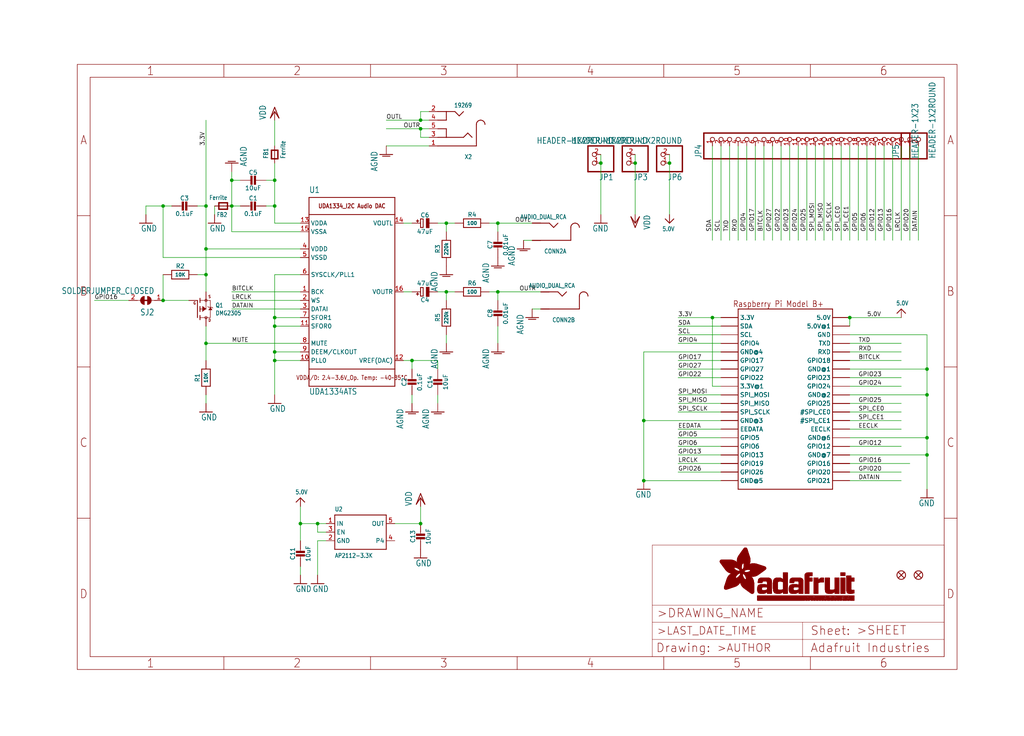
<source format=kicad_sch>
(kicad_sch (version 20211123) (generator eeschema)
  (paper "User" 303.047 217.881)
  (lib_symbols
    (symbol "schematicEagle-eagle-import:5.0V" (power)
      (property "Value" "5.0V" (at -1.524 1.016 0))
      (symbol "5.0V_1_0"
        (pin power_in line (at 0 -2.54 90) (length 2.54) (name "5.0V") (number "1"))
      )
    )
    (symbol "schematicEagle-eagle-import:AGND" (power)
      (property "Value" "AGND" (at -2.54 -5.08 90))
      (symbol "AGND_1_0"
        (pin power_in line (at 0 2.54 270) (length 2.54) (name "AGND") (number "1"))
      )
    )
    (symbol "schematicEagle-eagle-import:AUDIO_3.5MMJACK"
      (property "Reference" "X" (at -5.08 7.62 0))
      (property "Value" "AUDIO_3.5MMJACK" (at -5.08 -7.62 0))
      (symbol "AUDIO_3.5MMJACK_1_0"
        (pin bidirectional line (at 7.62 5.08 180) (length 2.54) (name "P$1") (number "1"))
        (pin bidirectional line (at 7.62 -5.08 180) (length 2.54) (name "P$5") (number "2"))
        (pin bidirectional line (at 7.62 2.54 180) (length 2.54) (name "P$2") (number "3"))
        (pin bidirectional line (at 7.62 -2.54 180) (length 2.54) (name "P$4") (number "4"))
        (pin bidirectional line (at 7.62 0 180) (length 2.54) (name "P$3") (number "5"))
      )
    )
    (symbol "schematicEagle-eagle-import:AUDIO_DUAL_RCA"
      (property "Reference" "CONN" (at -2.54 5.08 0))
      (property "Value" "AUDIO_DUAL_RCA" (at -2.54 -5.08 0))
      (symbol "AUDIO_DUAL_RCA_1_0"
        (pin bidirectional line (at 7.62 2.54 180) (length 2.54) (name "SLEEVE") (number "L_G"))
        (pin bidirectional line (at 7.62 2.54 180) (length 2.54) (name "SLEEVE") (number "L_G'"))
        (pin bidirectional line (at 7.62 -2.54 180) (length 2.54) (name "TIP") (number "L_SIG"))
        (pin bidirectional line (at 7.62 -2.54 180) (length 2.54) (name "TIP") (number "L_SIG'"))
      )
      (symbol "AUDIO_DUAL_RCA_2_0"
        (pin bidirectional line (at 7.62 2.54 180) (length 2.54) (name "SLEEVE") (number "R_G"))
        (pin bidirectional line (at 7.62 2.54 180) (length 2.54) (name "SLEEVE") (number "R_G'"))
        (pin bidirectional line (at 7.62 -2.54 180) (length 2.54) (name "TIP") (number "R_SIG"))
        (pin bidirectional line (at 7.62 -2.54 180) (length 2.54) (name "TIP") (number "R_SIG'"))
      )
    )
    (symbol "schematicEagle-eagle-import:AUDIO_I2S_UDA1334{dblquote}{dblquote}"
      (property "Reference" "U" (at -12.7 29.21 0))
      (property "Value" "AUDIO_I2S_UDA1334{dblquote}{dblquote}" (at -12.7 -30.48 0))
      (symbol "AUDIO_I2S_UDA1334{dblquote}{dblquote}_1_0"
        (text "UDA1334_I2C Audio DAC" (at 0 25.4 0) (effects (font (size 1.27 1.0795) (thickness 0.2159) bold)))
        (text "VDDA/D: 2.4-3.6V_Op. Temp: -40~85°C" (at 0 -25.4 0) (effects (font (size 1.27 1.0795))))
        (pin input line (at -15.24 0 0) (length 2.54) (name "BCK") (number "1"))
        (pin input line (at -15.24 -20.32 0) (length 2.54) (name "PLL0") (number "10"))
        (pin input line (at -15.24 -10.16 0) (length 2.54) (name "SFOR0") (number "11"))
        (pin output line (at 15.24 -20.32 180) (length 2.54) (name "VREF(DAC)") (number "12"))
        (pin power_in line (at -15.24 20.32 0) (length 2.54) (name "VDDA") (number "13"))
        (pin output line (at 15.24 20.32 180) (length 2.54) (name "VOUTL") (number "14"))
        (pin power_in line (at -15.24 17.78 0) (length 2.54) (name "VSSA") (number "15"))
        (pin output line (at 15.24 0 180) (length 2.54) (name "VOUTR") (number "16"))
        (pin input line (at -15.24 -2.54 0) (length 2.54) (name "WS") (number "2"))
        (pin input line (at -15.24 -5.08 0) (length 2.54) (name "DATAI") (number "3"))
        (pin power_in line (at -15.24 12.7 0) (length 2.54) (name "VDDD") (number "4"))
        (pin power_in line (at -15.24 10.16 0) (length 2.54) (name "VSSD") (number "5"))
        (pin input line (at -15.24 5.08 0) (length 2.54) (name "SYSCLK/PLL1") (number "6"))
        (pin input line (at -15.24 -7.62 0) (length 2.54) (name "SFOR1") (number "7"))
        (pin input line (at -15.24 -15.24 0) (length 2.54) (name "MUTE") (number "8"))
        (pin bidirectional line (at -15.24 -17.78 0) (length 2.54) (name "DEEM/CLKOUT") (number "9"))
      )
    )
    (symbol "schematicEagle-eagle-import:CAP_CERAMIC0603_NO"
      (property "Reference" "C" (at -2.29 1.25 90))
      (property "Value" "CAP_CERAMIC0603_NO" (at 2.3 1.25 90))
      (symbol "CAP_CERAMIC0603_NO_1_0"
        (pin passive line (at 0 5.08 270) (length 2.54) (name "1") (number "1"))
        (pin passive line (at 0 -2.54 90) (length 2.54) (name "2") (number "2"))
      )
    )
    (symbol "schematicEagle-eagle-import:CAP_CERAMIC0805-NOOUTLINE"
      (property "Reference" "C" (at -2.29 1.25 90))
      (property "Value" "CAP_CERAMIC0805-NOOUTLINE" (at 2.3 1.25 90))
      (symbol "CAP_CERAMIC0805-NOOUTLINE_1_0"
        (pin passive line (at 0 5.08 270) (length 2.54) (name "1") (number "1"))
        (pin passive line (at 0 -2.54 90) (length 2.54) (name "2") (number "2"))
      )
    )
    (symbol "schematicEagle-eagle-import:CAP_ELECTROLYTICPANASONIC_C"
      (property "Reference" "C" (at -2.39 1.25 90))
      (property "Value" "CAP_ELECTROLYTICPANASONIC_C" (at 2.5 1.25 90))
      (symbol "CAP_ELECTROLYTICPANASONIC_C_1_0"
        (pin passive line (at 0 5.08 270) (length 2.54) (name "+") (number "+"))
        (pin passive line (at 0 -2.54 90) (length 2.54) (name "-") (number "-"))
      )
    )
    (symbol "schematicEagle-eagle-import:FERRITE0805"
      (property "Reference" "FB" (at -1.27 1.905 0))
      (property "Value" "FERRITE0805" (at -1.27 -3.175 0))
      (symbol "FERRITE0805_1_0"
        (pin passive line (at -2.54 0 0) (length 2.54) (name "P$1") (number "1"))
        (pin passive line (at 2.54 0 180) (length 2.54) (name "P$2") (number "2"))
      )
    )
    (symbol "schematicEagle-eagle-import:FIDUCIAL_1MM")
    (symbol "schematicEagle-eagle-import:FRAME_A4_ADAFRUIT"
      (symbol "FRAME_A4_ADAFRUIT_0_0"
        (text "1" (at 21.6958 1.905 0) (effects (font (size 2.54 2.286))))
        (text "1" (at 21.6958 177.165 0) (effects (font (size 2.54 2.286))))
        (text "2" (at 65.0875 1.905 0) (effects (font (size 2.54 2.286))))
        (text "2" (at 65.0875 177.165 0) (effects (font (size 2.54 2.286))))
        (text "3" (at 108.4792 1.905 0) (effects (font (size 2.54 2.286))))
        (text "3" (at 108.4792 177.165 0) (effects (font (size 2.54 2.286))))
        (text "4" (at 151.8708 1.905 0) (effects (font (size 2.54 2.286))))
        (text "4" (at 151.8708 177.165 0) (effects (font (size 2.54 2.286))))
        (text "5" (at 195.2625 1.905 0) (effects (font (size 2.54 2.286))))
        (text "5" (at 195.2625 177.165 0) (effects (font (size 2.54 2.286))))
        (text "6" (at 238.6542 1.905 0) (effects (font (size 2.54 2.286))))
        (text "6" (at 238.6542 177.165 0) (effects (font (size 2.54 2.286))))
        (text "A" (at 1.905 156.6863 0) (effects (font (size 2.54 2.286))))
        (text "A" (at 258.445 156.6863 0) (effects (font (size 2.54 2.286))))
        (text "B" (at 1.905 111.9188 0) (effects (font (size 2.54 2.286))))
        (text "B" (at 258.445 111.9188 0) (effects (font (size 2.54 2.286))))
        (text "C" (at 1.905 67.1513 0) (effects (font (size 2.54 2.286))))
        (text "C" (at 258.445 67.1513 0) (effects (font (size 2.54 2.286))))
        (text "D" (at 1.905 22.3838 0) (effects (font (size 2.54 2.286))))
        (text "D" (at 258.445 22.3838 0) (effects (font (size 2.54 2.286))))
      )
      (symbol "FRAME_A4_ADAFRUIT_1_0"
        (text ">AUTHOR" (at 189.23 5.08 0) (effects (font (size 2.286 2.286)) (justify left bottom)))
        (text ">DRAWING_NAME" (at 171.45 15.24 0) (effects (font (size 2.54 2.54)) (justify left bottom)))
        (text ">LAST_DATE_TIME" (at 171.45 10.16 0) (effects (font (size 2.286 2.286)) (justify left bottom)))
        (text ">SHEET" (at 230.505 10.16 0) (effects (font (size 2.54 2.54)) (justify left bottom)))
        (text "Adafruit Industries" (at 216.916 4.953 0) (effects (font (size 2.54 2.54)) (justify left bottom)))
        (text "Drawing:" (at 171.196 4.953 0) (effects (font (size 2.54 2.54)) (justify left bottom)))
        (text "Sheet:" (at 216.916 10.033 0) (effects (font (size 2.54 2.54)) (justify left bottom)))
      )
    )
    (symbol "schematicEagle-eagle-import:GND" (power)
      (property "Value" "GND" (at -2.54 -2.54 0))
      (symbol "GND_1_0"
        (pin power_in line (at 0 2.54 270) (length 2.54) (name "GND") (number "1"))
      )
    )
    (symbol "schematicEagle-eagle-import:HEADER-1X23"
      (property "Reference" "JP" (at -1.27 31.115 0))
      (property "Value" "HEADER-1X23" (at -1.27 -33.02 0))
      (symbol "HEADER-1X23_1_0"
        (pin passive inverted (at 2.54 27.94 0) (length 2.54) (name "1") (number "1"))
        (pin passive inverted (at 2.54 5.08 0) (length 2.54) (name "10") (number "10"))
        (pin passive inverted (at 2.54 2.54 0) (length 2.54) (name "11") (number "11"))
        (pin passive inverted (at 2.54 0 0) (length 2.54) (name "12") (number "12"))
        (pin passive inverted (at 2.54 -2.54 0) (length 2.54) (name "13") (number "13"))
        (pin passive inverted (at 2.54 -5.08 0) (length 2.54) (name "14") (number "14"))
        (pin passive inverted (at 2.54 -7.62 0) (length 2.54) (name "15") (number "15"))
        (pin passive inverted (at 2.54 -10.16 0) (length 2.54) (name "16") (number "16"))
        (pin passive inverted (at 2.54 -12.7 0) (length 2.54) (name "17") (number "17"))
        (pin passive inverted (at 2.54 -15.24 0) (length 2.54) (name "18") (number "18"))
        (pin passive inverted (at 2.54 -17.78 0) (length 2.54) (name "19") (number "19"))
        (pin passive inverted (at 2.54 25.4 0) (length 2.54) (name "2") (number "2"))
        (pin passive inverted (at 2.54 -20.32 0) (length 2.54) (name "20") (number "20"))
        (pin passive inverted (at 2.54 -22.86 0) (length 2.54) (name "21") (number "21"))
        (pin passive inverted (at 2.54 -25.4 0) (length 2.54) (name "22") (number "22"))
        (pin passive inverted (at 2.54 -27.94 0) (length 2.54) (name "23") (number "23"))
        (pin passive inverted (at 2.54 22.86 0) (length 2.54) (name "3") (number "3"))
        (pin passive inverted (at 2.54 20.32 0) (length 2.54) (name "4") (number "4"))
        (pin passive inverted (at 2.54 17.78 0) (length 2.54) (name "5") (number "5"))
        (pin passive inverted (at 2.54 15.24 0) (length 2.54) (name "6") (number "6"))
        (pin passive inverted (at 2.54 12.7 0) (length 2.54) (name "7") (number "7"))
        (pin passive inverted (at 2.54 10.16 0) (length 2.54) (name "8") (number "8"))
        (pin passive inverted (at 2.54 7.62 0) (length 2.54) (name "9") (number "9"))
      )
    )
    (symbol "schematicEagle-eagle-import:HEADER-1X2ROUND"
      (property "Reference" "JP" (at -6.35 5.715 0))
      (property "Value" "HEADER-1X2ROUND" (at -6.35 -5.08 0))
      (symbol "HEADER-1X2ROUND_1_0"
        (pin passive inverted (at -2.54 2.54 0) (length 2.54) (name "1") (number "1"))
        (pin passive inverted (at -2.54 0 0) (length 2.54) (name "2") (number "2"))
      )
    )
    (symbol "schematicEagle-eagle-import:MOSFET-PWIDE"
      (property "Reference" "Q" (at 2.794 0.381 0))
      (property "Value" "MOSFET-PWIDE" (at 2.794 -1.905 0))
      (symbol "MOSFET-PWIDE_1_0"
        (text "D" (at 0.635 -3.81 0) (effects (font (size 0.8128 0.6908)) (justify left bottom)))
        (text "G" (at -3.81 1.27 0) (effects (font (size 0.8128 0.6908)) (justify left bottom)))
        (text "S" (at 0.635 3.175 0) (effects (font (size 0.8128 0.6908)) (justify left bottom)))
        (pin passive line (at -5.08 2.54 0) (length 2.54) (name "G") (number "1"))
        (pin passive line (at 0 5.08 270) (length 2.54) (name "S") (number "2"))
        (pin passive line (at 0 -5.08 90) (length 2.54) (name "D") (number "3"))
      )
    )
    (symbol "schematicEagle-eagle-import:RASPBERRYPI_BPLUS_BONNET_THMSMT"
      (symbol "RASPBERRYPI_BPLUS_BONNET_THMSMT_1_0"
        (text "Raspberry Pi Model B+" (at 12.7 25.4 0) (effects (font (size 1.778 1.5113)) (justify right top)))
        (pin power_in line (at -17.78 20.32 0) (length 5.08) (name "3.3V") (number "1"))
        (pin bidirectional line (at 20.32 10.16 180) (length 5.08) (name "RXD") (number "10"))
        (pin bidirectional line (at -17.78 7.62 0) (length 5.08) (name "GPIO17") (number "11"))
        (pin bidirectional line (at 20.32 7.62 180) (length 5.08) (name "GPIO18") (number "12"))
        (pin bidirectional line (at -17.78 5.08 0) (length 5.08) (name "GPIO27") (number "13"))
        (pin power_in line (at 20.32 5.08 180) (length 5.08) (name "GND@1") (number "14"))
        (pin bidirectional line (at -17.78 2.54 0) (length 5.08) (name "GPIO22") (number "15"))
        (pin bidirectional line (at 20.32 2.54 180) (length 5.08) (name "GPIO23") (number "16"))
        (pin power_in line (at -17.78 0 0) (length 5.08) (name "3.3V@1") (number "17"))
        (pin bidirectional line (at 20.32 0 180) (length 5.08) (name "GPIO24") (number "18"))
        (pin bidirectional line (at -17.78 -2.54 0) (length 5.08) (name "SPI_MOSI") (number "19"))
        (pin power_in line (at 20.32 20.32 180) (length 5.08) (name "5.0V") (number "2"))
        (pin power_in line (at 20.32 -2.54 180) (length 5.08) (name "GND@2") (number "20"))
        (pin bidirectional line (at -17.78 -5.08 0) (length 5.08) (name "SPI_MISO") (number "21"))
        (pin bidirectional line (at 20.32 -5.08 180) (length 5.08) (name "GPIO25") (number "22"))
        (pin bidirectional line (at -17.78 -7.62 0) (length 5.08) (name "SPI_SCLK") (number "23"))
        (pin bidirectional line (at 20.32 -7.62 180) (length 5.08) (name "#SPI_CE0") (number "24"))
        (pin power_in line (at -17.78 -10.16 0) (length 5.08) (name "GND@3") (number "25"))
        (pin bidirectional line (at 20.32 -10.16 180) (length 5.08) (name "#SPI_CE1") (number "26"))
        (pin bidirectional line (at -17.78 -12.7 0) (length 5.08) (name "EEDATA") (number "27"))
        (pin bidirectional line (at 20.32 -12.7 180) (length 5.08) (name "EECLK") (number "28"))
        (pin bidirectional line (at -17.78 -15.24 0) (length 5.08) (name "GPIO5") (number "29"))
        (pin bidirectional line (at -17.78 17.78 0) (length 5.08) (name "SDA") (number "3"))
        (pin power_in line (at 20.32 -15.24 180) (length 5.08) (name "GND@6") (number "30"))
        (pin bidirectional line (at -17.78 -17.78 0) (length 5.08) (name "GPIO6") (number "31"))
        (pin bidirectional line (at 20.32 -17.78 180) (length 5.08) (name "GPIO12") (number "32"))
        (pin bidirectional line (at -17.78 -20.32 0) (length 5.08) (name "GPIO13") (number "33"))
        (pin power_in line (at 20.32 -20.32 180) (length 5.08) (name "GND@7") (number "34"))
        (pin bidirectional line (at -17.78 -22.86 0) (length 5.08) (name "GPIO19") (number "35"))
        (pin bidirectional line (at 20.32 -22.86 180) (length 5.08) (name "GPIO16") (number "36"))
        (pin bidirectional line (at -17.78 -25.4 0) (length 5.08) (name "GPIO26") (number "37"))
        (pin bidirectional line (at 20.32 -25.4 180) (length 5.08) (name "GPIO20") (number "38"))
        (pin power_in line (at -17.78 -27.94 0) (length 5.08) (name "GND@5") (number "39"))
        (pin power_in line (at 20.32 17.78 180) (length 5.08) (name "5.0V@1") (number "4"))
        (pin bidirectional line (at 20.32 -27.94 180) (length 5.08) (name "GPIO21") (number "40"))
        (pin bidirectional line (at -17.78 15.24 0) (length 5.08) (name "SCL") (number "5"))
        (pin power_in line (at 20.32 15.24 180) (length 5.08) (name "GND") (number "6"))
        (pin bidirectional line (at -17.78 12.7 0) (length 5.08) (name "GPIO4") (number "7"))
        (pin bidirectional line (at 20.32 12.7 180) (length 5.08) (name "TXD") (number "8"))
        (pin power_in line (at -17.78 10.16 0) (length 5.08) (name "GND@4") (number "9"))
        (pin power_in line (at -17.78 20.32 0) (length 5.08) (name "3.3V") (number "S1"))
        (pin bidirectional line (at 20.32 10.16 180) (length 5.08) (name "RXD") (number "S10"))
        (pin bidirectional line (at -17.78 7.62 0) (length 5.08) (name "GPIO17") (number "S11"))
        (pin bidirectional line (at 20.32 7.62 180) (length 5.08) (name "GPIO18") (number "S12"))
        (pin bidirectional line (at -17.78 5.08 0) (length 5.08) (name "GPIO27") (number "S13"))
        (pin power_in line (at 20.32 5.08 180) (length 5.08) (name "GND@1") (number "S14"))
        (pin bidirectional line (at -17.78 2.54 0) (length 5.08) (name "GPIO22") (number "S15"))
        (pin bidirectional line (at 20.32 2.54 180) (length 5.08) (name "GPIO23") (number "S16"))
        (pin power_in line (at -17.78 0 0) (length 5.08) (name "3.3V@1") (number "S17"))
        (pin bidirectional line (at 20.32 0 180) (length 5.08) (name "GPIO24") (number "S18"))
        (pin bidirectional line (at -17.78 -2.54 0) (length 5.08) (name "SPI_MOSI") (number "S19"))
        (pin power_in line (at 20.32 20.32 180) (length 5.08) (name "5.0V") (number "S2"))
        (pin power_in line (at 20.32 -2.54 180) (length 5.08) (name "GND@2") (number "S20"))
        (pin bidirectional line (at -17.78 -5.08 0) (length 5.08) (name "SPI_MISO") (number "S21"))
        (pin bidirectional line (at 20.32 -5.08 180) (length 5.08) (name "GPIO25") (number "S22"))
        (pin bidirectional line (at -17.78 -7.62 0) (length 5.08) (name "SPI_SCLK") (number "S23"))
        (pin bidirectional line (at 20.32 -7.62 180) (length 5.08) (name "#SPI_CE0") (number "S24"))
        (pin power_in line (at -17.78 -10.16 0) (length 5.08) (name "GND@3") (number "S25"))
        (pin bidirectional line (at 20.32 -10.16 180) (length 5.08) (name "#SPI_CE1") (number "S26"))
        (pin bidirectional line (at -17.78 -12.7 0) (length 5.08) (name "EEDATA") (number "S27"))
        (pin bidirectional line (at 20.32 -12.7 180) (length 5.08) (name "EECLK") (number "S28"))
        (pin bidirectional line (at -17.78 -15.24 0) (length 5.08) (name "GPIO5") (number "S29"))
        (pin bidirectional line (at -17.78 17.78 0) (length 5.08) (name "SDA") (number "S3"))
        (pin power_in line (at 20.32 -15.24 180) (length 5.08) (name "GND@6") (number "S30"))
        (pin bidirectional line (at -17.78 -17.78 0) (length 5.08) (name "GPIO6") (number "S31"))
        (pin bidirectional line (at 20.32 -17.78 180) (length 5.08) (name "GPIO12") (number "S32"))
        (pin bidirectional line (at -17.78 -20.32 0) (length 5.08) (name "GPIO13") (number "S33"))
        (pin power_in line (at 20.32 -20.32 180) (length 5.08) (name "GND@7") (number "S34"))
        (pin bidirectional line (at -17.78 -22.86 0) (length 5.08) (name "GPIO19") (number "S35"))
        (pin bidirectional line (at 20.32 -22.86 180) (length 5.08) (name "GPIO16") (number "S36"))
        (pin bidirectional line (at -17.78 -25.4 0) (length 5.08) (name "GPIO26") (number "S37"))
        (pin bidirectional line (at 20.32 -25.4 180) (length 5.08) (name "GPIO20") (number "S38"))
        (pin power_in line (at -17.78 -27.94 0) (length 5.08) (name "GND@5") (number "S39"))
        (pin power_in line (at 20.32 17.78 180) (length 5.08) (name "5.0V@1") (number "S4"))
        (pin bidirectional line (at 20.32 -27.94 180) (length 5.08) (name "GPIO21") (number "S40"))
        (pin bidirectional line (at -17.78 15.24 0) (length 5.08) (name "SCL") (number "S5"))
        (pin power_in line (at 20.32 15.24 180) (length 5.08) (name "GND") (number "S6"))
        (pin bidirectional line (at -17.78 12.7 0) (length 5.08) (name "GPIO4") (number "S7"))
        (pin bidirectional line (at 20.32 12.7 180) (length 5.08) (name "TXD") (number "S8"))
        (pin power_in line (at -17.78 10.16 0) (length 5.08) (name "GND@4") (number "S9"))
      )
    )
    (symbol "schematicEagle-eagle-import:RESISTOR_0603_NOOUT"
      (property "Reference" "R" (at 0 2.54 0))
      (property "Value" "RESISTOR_0603_NOOUT" (at 0 0 0))
      (symbol "RESISTOR_0603_NOOUT_1_0"
        (pin passive line (at -5.08 0 0) (length 2.54) (name "1") (number "1"))
        (pin passive line (at 5.08 0 180) (length 2.54) (name "2") (number "2"))
      )
    )
    (symbol "schematicEagle-eagle-import:SOLDERJUMPER_CLOSED"
      (property "Reference" "SJ" (at -2.54 2.54 0))
      (property "Value" "SOLDERJUMPER_CLOSED" (at -2.54 -3.81 0))
      (symbol "SOLDERJUMPER_CLOSED_1_0"
        (pin passive line (at -5.08 0 0) (length 2.54) (name "1") (number "1"))
        (pin passive line (at 5.08 0 180) (length 2.54) (name "2") (number "2"))
      )
    )
    (symbol "schematicEagle-eagle-import:VDD" (power)
      (property "Value" "VDD" (at -2.54 -2.54 90))
      (symbol "VDD_1_0"
        (pin power_in line (at 0 -2.54 90) (length 2.54) (name "VDD") (number "1"))
      )
    )
    (symbol "schematicEagle-eagle-import:VREG_SOT23-5"
      (property "Reference" "U" (at -7.62 6.096 0))
      (property "Value" "VREG_SOT23-5" (at -7.62 -7.62 0))
      (symbol "VREG_SOT23-5_1_0"
        (pin power_in line (at -10.16 2.54 0) (length 2.54) (name "IN") (number "1"))
        (pin power_in line (at -10.16 -2.54 0) (length 2.54) (name "GND") (number "2"))
        (pin input line (at -10.16 0 0) (length 2.54) (name "EN") (number "3"))
        (pin bidirectional line (at 10.16 -2.54 180) (length 2.54) (name "P4") (number "4"))
        (pin power_in line (at 10.16 2.54 180) (length 2.54) (name "OUT") (number "5"))
      )
    )
  )
  (junction (at 132.08 86.36))
  (junction (at 210.82 93.98))
  (junction (at 88.9 154.94))
  (junction (at 274.32 109.22))
  (junction (at 190.5 142.24))
  (junction (at 60.96 81.28))
  (junction (at 124.46 154.94))
  (junction (at 124.46 35.56))
  (junction (at 68.58 53.34))
  (junction (at 93.98 154.94))
  (junction (at 187.96 48.26))
  (junction (at 147.32 86.36))
  (junction (at 177.8 48.26))
  (junction (at 48.26 60.96))
  (junction (at 81.28 93.98))
  (junction (at 198.12 48.26))
  (junction (at 132.08 66.04))
  (junction (at 147.32 66.04))
  (junction (at 124.46 38.1))
  (junction (at 81.28 106.68))
  (junction (at 48.26 88.9))
  (junction (at 60.96 73.66))
  (junction (at 274.32 116.84))
  (junction (at 251.46 93.98))
  (junction (at 60.96 60.96))
  (junction (at 81.28 96.52))
  (junction (at 81.28 60.96))
  (junction (at 274.32 134.62))
  (junction (at 274.32 129.54))
  (junction (at 190.5 124.46))
  (junction (at 81.28 104.14))
  (junction (at 81.28 53.34))
  (junction (at 68.58 60.96))
  (junction (at 60.96 101.6))
  (junction (at 121.92 106.68))
  (wire (pts (xy 251.46 124.46) (xy 266.7 124.46)))
  (wire (pts (xy 213.36 101.6) (xy 200.66 101.6)))
  (wire (pts (xy 129.54 116.84) (xy 129.54 119.38)))
  (wire (pts (xy 43.18 60.96) (xy 43.18 63.5)))
  (wire (pts (xy 116.84 154.94) (xy 124.46 154.94)))
  (wire (pts (xy 200.66 121.92) (xy 213.36 121.92)))
  (wire (pts (xy 264.16 43.18) (xy 264.16 71.12)))
  (wire (pts (xy 251.46 119.38) (xy 266.7 119.38)))
  (wire (pts (xy 213.36 96.52) (xy 200.66 96.52)))
  (wire (pts (xy 68.58 50.8) (xy 68.58 53.34)))
  (wire (pts (xy 251.46 137.16) (xy 269.24 137.16)))
  (wire (pts (xy 226.06 71.12) (xy 226.06 43.18)))
  (wire (pts (xy 96.52 157.48) (xy 93.98 157.48)))
  (wire (pts (xy 274.32 116.84) (xy 274.32 129.54)))
  (wire (pts (xy 60.96 60.96) (xy 60.96 35.56)))
  (wire (pts (xy 68.58 60.96) (xy 68.58 53.34)))
  (wire (pts (xy 251.46 96.52) (xy 251.46 93.98)))
  (wire (pts (xy 213.36 111.76) (xy 200.66 111.76)))
  (wire (pts (xy 121.92 106.68) (xy 121.92 109.22)))
  (wire (pts (xy 256.54 71.12) (xy 256.54 43.18)))
  (wire (pts (xy 60.96 86.36) (xy 60.96 81.28)))
  (wire (pts (xy 144.78 66.04) (xy 147.32 66.04)))
  (wire (pts (xy 81.28 43.18) (xy 81.28 35.56)))
  (wire (pts (xy 233.68 43.18) (xy 233.68 71.12)))
  (wire (pts (xy 63.5 60.96) (xy 63.5 63.5)))
  (wire (pts (xy 213.36 93.98) (xy 210.82 93.98)))
  (wire (pts (xy 124.46 35.56) (xy 114.3 35.56)))
  (wire (pts (xy 127 38.1) (xy 124.46 38.1)))
  (wire (pts (xy 200.66 137.16) (xy 213.36 137.16)))
  (wire (pts (xy 187.96 48.26) (xy 187.96 63.5)))
  (wire (pts (xy 50.8 60.96) (xy 48.26 60.96)))
  (wire (pts (xy 119.38 106.68) (xy 121.92 106.68)))
  (wire (pts (xy 251.46 142.24) (xy 266.7 142.24)))
  (wire (pts (xy 200.66 132.08) (xy 213.36 132.08)))
  (wire (pts (xy 127 35.56) (xy 124.46 35.56)))
  (wire (pts (xy 132.08 68.58) (xy 132.08 66.04)))
  (wire (pts (xy 251.46 106.68) (xy 266.7 106.68)))
  (wire (pts (xy 60.96 101.6) (xy 60.96 106.68)))
  (wire (pts (xy 88.9 73.66) (xy 60.96 73.66)))
  (wire (pts (xy 60.96 81.28) (xy 58.42 81.28)))
  (wire (pts (xy 48.26 88.9) (xy 55.88 88.9)))
  (wire (pts (xy 238.76 43.18) (xy 238.76 71.12)))
  (wire (pts (xy 127 40.64) (xy 124.46 40.64)))
  (wire (pts (xy 88.9 106.68) (xy 81.28 106.68)))
  (wire (pts (xy 274.32 99.06) (xy 274.32 109.22)))
  (wire (pts (xy 215.9 43.18) (xy 215.9 71.12)))
  (wire (pts (xy 132.08 99.06) (xy 132.08 101.6)))
  (wire (pts (xy 200.66 116.84) (xy 213.36 116.84)))
  (wire (pts (xy 81.28 60.96) (xy 81.28 53.34)))
  (wire (pts (xy 144.78 86.36) (xy 147.32 86.36)))
  (wire (pts (xy 271.78 71.12) (xy 271.78 43.18)))
  (wire (pts (xy 81.28 53.34) (xy 81.28 48.26)))
  (wire (pts (xy 121.92 86.36) (xy 119.38 86.36)))
  (wire (pts (xy 251.46 127) (xy 266.7 127)))
  (wire (pts (xy 88.9 96.52) (xy 81.28 96.52)))
  (wire (pts (xy 198.12 48.26) (xy 198.12 63.5)))
  (wire (pts (xy 124.46 40.64) (xy 124.46 38.1)))
  (wire (pts (xy 251.46 101.6) (xy 266.7 101.6)))
  (wire (pts (xy 127 33.02) (xy 124.46 33.02)))
  (wire (pts (xy 213.36 71.12) (xy 213.36 43.18)))
  (wire (pts (xy 190.5 124.46) (xy 190.5 142.24)))
  (wire (pts (xy 88.9 93.98) (xy 81.28 93.98)))
  (wire (pts (xy 251.46 111.76) (xy 266.7 111.76)))
  (wire (pts (xy 93.98 157.48) (xy 93.98 154.94)))
  (wire (pts (xy 187.96 48.26) (xy 187.96 45.72)))
  (wire (pts (xy 220.98 43.18) (xy 220.98 71.12)))
  (wire (pts (xy 266.7 104.14) (xy 251.46 104.14)))
  (wire (pts (xy 246.38 71.12) (xy 246.38 43.18)))
  (wire (pts (xy 259.08 43.18) (xy 259.08 71.12)))
  (wire (pts (xy 124.46 35.56) (xy 124.46 33.02)))
  (wire (pts (xy 177.8 48.26) (xy 177.8 63.5)))
  (wire (pts (xy 251.46 121.92) (xy 266.7 121.92)))
  (wire (pts (xy 251.46 132.08) (xy 266.7 132.08)))
  (wire (pts (xy 60.96 81.28) (xy 60.96 73.66)))
  (wire (pts (xy 88.9 88.9) (xy 68.58 88.9)))
  (wire (pts (xy 251.46 99.06) (xy 274.32 99.06)))
  (wire (pts (xy 132.08 86.36) (xy 134.62 86.36)))
  (wire (pts (xy 81.28 66.04) (xy 81.28 60.96)))
  (wire (pts (xy 231.14 71.12) (xy 231.14 43.18)))
  (wire (pts (xy 93.98 160.02) (xy 93.98 170.18)))
  (wire (pts (xy 241.3 71.12) (xy 241.3 43.18)))
  (wire (pts (xy 251.46 93.98) (xy 266.7 93.98)))
  (wire (pts (xy 147.32 86.36) (xy 147.32 88.9)))
  (wire (pts (xy 213.36 142.24) (xy 190.5 142.24)))
  (wire (pts (xy 78.74 60.96) (xy 81.28 60.96)))
  (wire (pts (xy 147.32 96.52) (xy 147.32 101.6)))
  (wire (pts (xy 200.66 134.62) (xy 213.36 134.62)))
  (wire (pts (xy 81.28 96.52) (xy 81.28 104.14)))
  (wire (pts (xy 88.9 167.64) (xy 88.9 170.18)))
  (wire (pts (xy 96.52 154.94) (xy 93.98 154.94)))
  (wire (pts (xy 236.22 71.12) (xy 236.22 43.18)))
  (wire (pts (xy 248.92 43.18) (xy 248.92 71.12)))
  (wire (pts (xy 251.46 134.62) (xy 274.32 134.62)))
  (wire (pts (xy 213.36 99.06) (xy 200.66 99.06)))
  (wire (pts (xy 251.46 129.54) (xy 274.32 129.54)))
  (wire (pts (xy 210.82 93.98) (xy 200.66 93.98)))
  (wire (pts (xy 88.9 86.36) (xy 68.58 86.36)))
  (wire (pts (xy 121.92 106.68) (xy 129.54 106.68)))
  (wire (pts (xy 88.9 76.2) (xy 48.26 76.2)))
  (wire (pts (xy 210.82 43.18) (xy 210.82 71.12)))
  (wire (pts (xy 251.46 71.12) (xy 251.46 43.18)))
  (wire (pts (xy 228.6 43.18) (xy 228.6 71.12)))
  (wire (pts (xy 274.32 109.22) (xy 274.32 116.84)))
  (wire (pts (xy 129.54 106.68) (xy 129.54 109.22)))
  (wire (pts (xy 213.36 106.68) (xy 200.66 106.68)))
  (wire (pts (xy 48.26 76.2) (xy 48.26 60.96)))
  (wire (pts (xy 71.12 60.96) (xy 68.58 60.96)))
  (wire (pts (xy 124.46 38.1) (xy 114.3 38.1)))
  (wire (pts (xy 124.46 154.94) (xy 124.46 149.86)))
  (wire (pts (xy 266.7 71.12) (xy 266.7 43.18)))
  (wire (pts (xy 132.08 86.36) (xy 129.54 86.36)))
  (wire (pts (xy 254 43.18) (xy 254 71.12)))
  (wire (pts (xy 198.12 45.72) (xy 198.12 48.26)))
  (wire (pts (xy 96.52 160.02) (xy 93.98 160.02)))
  (wire (pts (xy 81.28 104.14) (xy 81.28 106.68)))
  (wire (pts (xy 88.9 101.6) (xy 60.96 101.6)))
  (wire (pts (xy 48.26 81.28) (xy 48.26 88.9)))
  (wire (pts (xy 200.66 119.38) (xy 213.36 119.38)))
  (wire (pts (xy 261.62 71.12) (xy 261.62 43.18)))
  (wire (pts (xy 274.32 134.62) (xy 274.32 144.78)))
  (wire (pts (xy 88.9 91.44) (xy 68.58 91.44)))
  (wire (pts (xy 154.94 71.12) (xy 157.48 71.12)))
  (wire (pts (xy 251.46 114.3) (xy 266.7 114.3)))
  (wire (pts (xy 88.9 154.94) (xy 88.9 149.86)))
  (wire (pts (xy 210.82 114.3) (xy 213.36 114.3)))
  (wire (pts (xy 251.46 116.84) (xy 274.32 116.84)))
  (wire (pts (xy 210.82 114.3) (xy 210.82 93.98)))
  (wire (pts (xy 147.32 66.04) (xy 157.48 66.04)))
  (wire (pts (xy 121.92 116.84) (xy 121.92 119.38)))
  (wire (pts (xy 81.28 106.68) (xy 81.28 116.84)))
  (wire (pts (xy 58.42 60.96) (xy 60.96 60.96)))
  (wire (pts (xy 88.9 66.04) (xy 81.28 66.04)))
  (wire (pts (xy 81.28 93.98) (xy 81.28 96.52)))
  (wire (pts (xy 60.96 96.52) (xy 60.96 101.6)))
  (wire (pts (xy 218.44 71.12) (xy 218.44 43.18)))
  (wire (pts (xy 200.66 109.22) (xy 213.36 109.22)))
  (wire (pts (xy 157.48 91.44) (xy 160.02 91.44)))
  (wire (pts (xy 68.58 68.58) (xy 68.58 60.96)))
  (wire (pts (xy 190.5 104.14) (xy 213.36 104.14)))
  (wire (pts (xy 147.32 86.36) (xy 160.02 86.36)))
  (wire (pts (xy 60.96 116.84) (xy 60.96 119.38)))
  (wire (pts (xy 93.98 154.94) (xy 88.9 154.94)))
  (wire (pts (xy 274.32 129.54) (xy 274.32 134.62)))
  (wire (pts (xy 38.1 88.9) (xy 27.94 88.9)))
  (wire (pts (xy 132.08 66.04) (xy 134.62 66.04)))
  (wire (pts (xy 81.28 93.98) (xy 81.28 81.28)))
  (wire (pts (xy 177.8 48.26) (xy 177.8 45.72)))
  (wire (pts (xy 251.46 139.7) (xy 266.7 139.7)))
  (wire (pts (xy 223.52 71.12) (xy 223.52 43.18)))
  (wire (pts (xy 88.9 104.14) (xy 81.28 104.14)))
  (wire (pts (xy 119.38 66.04) (xy 121.92 66.04)))
  (wire (pts (xy 213.36 127) (xy 200.66 127)))
  (wire (pts (xy 269.24 43.18) (xy 269.24 71.12)))
  (wire (pts (xy 132.08 66.04) (xy 129.54 66.04)))
  (wire (pts (xy 132.08 88.9) (xy 132.08 86.36)))
  (wire (pts (xy 88.9 81.28) (xy 81.28 81.28)))
  (wire (pts (xy 251.46 109.22) (xy 274.32 109.22)))
  (wire (pts (xy 78.74 53.34) (xy 81.28 53.34)))
  (wire (pts (xy 147.32 66.04) (xy 147.32 68.58)))
  (wire (pts (xy 200.66 139.7) (xy 213.36 139.7)))
  (wire (pts (xy 114.3 43.18) (xy 127 43.18)))
  (wire (pts (xy 48.26 60.96) (xy 43.18 60.96)))
  (wire (pts (xy 190.5 124.46) (xy 213.36 124.46)))
  (wire (pts (xy 200.66 129.54) (xy 213.36 129.54)))
  (wire (pts (xy 243.84 43.18) (xy 243.84 71.12)))
  (wire (pts (xy 190.5 124.46) (xy 190.5 104.14)))
  (wire (pts (xy 88.9 160.02) (xy 88.9 154.94)))
  (wire (pts (xy 88.9 68.58) (xy 68.58 68.58)))
  (wire (pts (xy 60.96 73.66) (xy 60.96 60.96)))
  (wire (pts (xy 68.58 53.34) (xy 71.12 53.34)))
  (label "SPI_CE0" (at 248.92 68.58 90) (effects (font (size 1.2446 1.2446))))
  (label "GPIO12" (at 254 132.08 0) (effects (font (size 1.2446 1.2446))))
  (label "5.0V" (at 256.54 93.98 0) (effects (font (size 1.2446 1.2446))))
  (label "GPIO16" (at 254 137.16 0) (effects (font (size 1.2446 1.2446))))
  (label "MUTE" (at 68.58 101.6 0) (effects (font (size 1.2446 1.2446))))
  (label "EECLK" (at 254 127 0) (effects (font (size 1.2446 1.2446))))
  (label "GPIO24" (at 254 114.3 0) (effects (font (size 1.2446 1.2446))))
  (label "GPIO12" (at 259.08 68.58 90) (effects (font (size 1.2446 1.2446))))
  (label "TXD" (at 254 101.6 0) (effects (font (size 1.2446 1.2446))))
  (label "OUTL" (at 152.4 66.04 0) (effects (font (size 1.2446 1.2446))))
  (label "SPI_CE0" (at 254 121.92 0) (effects (font (size 1.2446 1.2446))))
  (label "RXD" (at 254 104.14 0) (effects (font (size 1.2446 1.2446))))
  (label "SPI_MOSI" (at 241.3 68.58 90) (effects (font (size 1.2446 1.2446))))
  (label "GPIO24" (at 236.22 68.58 90) (effects (font (size 1.2446 1.2446))))
  (label "BITCLK" (at 226.06 68.58 90) (effects (font (size 1.2446 1.2446))))
  (label "GPIO27" (at 228.6 68.58 90) (effects (font (size 1.2446 1.2446))))
  (label "GPIO16" (at 27.94 88.9 0) (effects (font (size 1.2446 1.2446))))
  (label "BITCLK" (at 254 106.68 0) (effects (font (size 1.2446 1.2446))))
  (label "LRCLK" (at 200.66 137.16 0) (effects (font (size 1.2446 1.2446))))
  (label "LRCLK" (at 266.7 68.58 90) (effects (font (size 1.2446 1.2446))))
  (label "GPIO13" (at 200.66 134.62 0) (effects (font (size 1.2446 1.2446))))
  (label "GPIO4" (at 200.66 101.6 0) (effects (font (size 1.2446 1.2446))))
  (label "GPIO25" (at 238.76 68.58 90) (effects (font (size 1.2446 1.2446))))
  (label "BITCLK" (at 68.58 86.36 0) (effects (font (size 1.2446 1.2446))))
  (label "EEDATA" (at 200.66 127 0) (effects (font (size 1.2446 1.2446))))
  (label "GPIO22" (at 200.66 111.76 0) (effects (font (size 1.2446 1.2446))))
  (label "GPIO5" (at 254 68.58 90) (effects (font (size 1.2446 1.2446))))
  (label "SPI_SCLK" (at 246.38 68.58 90) (effects (font (size 1.2446 1.2446))))
  (label "GPIO26" (at 200.66 139.7 0) (effects (font (size 1.2446 1.2446))))
  (label "GPIO27" (at 200.66 109.22 0) (effects (font (size 1.2446 1.2446))))
  (label "GPIO16" (at 264.16 68.58 90) (effects (font (size 1.2446 1.2446))))
  (label "SPI_MISO" (at 200.66 119.38 0) (effects (font (size 1.2446 1.2446))))
  (label "GPIO6" (at 256.54 68.58 90) (effects (font (size 1.2446 1.2446))))
  (label "LRCLK" (at 68.58 88.9 0) (effects (font (size 1.2446 1.2446))))
  (label "SPI_MISO" (at 243.84 68.58 90) (effects (font (size 1.2446 1.2446))))
  (label "GPIO13" (at 261.62 68.58 90) (effects (font (size 1.2446 1.2446))))
  (label "GPIO20" (at 269.24 68.58 90) (effects (font (size 1.2446 1.2446))))
  (label "DATAIN" (at 271.78 68.58 90) (effects (font (size 1.2446 1.2446))))
  (label "SPI_CE1" (at 251.46 68.58 90) (effects (font (size 1.2446 1.2446))))
  (label "DATAIN" (at 68.58 91.44 0) (effects (font (size 1.2446 1.2446))))
  (label "SPI_MOSI" (at 200.66 116.84 0) (effects (font (size 1.2446 1.2446))))
  (label "GPIO4" (at 220.98 68.58 90) (effects (font (size 1.2446 1.2446))))
  (label "OUTR" (at 153.67 86.36 0) (effects (font (size 1.2446 1.2446))))
  (label "OUTR" (at 119.38 38.1 0) (effects (font (size 1.2446 1.2446))))
  (label "GPIO17" (at 200.66 106.68 0) (effects (font (size 1.2446 1.2446))))
  (label "GPIO23" (at 233.68 68.58 90) (effects (font (size 1.2446 1.2446))))
  (label "TXD" (at 215.9 68.58 90) (effects (font (size 1.2446 1.2446))))
  (label "RXD" (at 218.44 68.58 90) (effects (font (size 1.2446 1.2446))))
  (label "3.3V" (at 200.66 93.98 0) (effects (font (size 1.2446 1.2446))))
  (label "SCL" (at 213.36 68.58 90) (effects (font (size 1.2446 1.2446))))
  (label "OUTL" (at 114.3 35.56 0) (effects (font (size 1.2446 1.2446))))
  (label "DATAIN" (at 254 142.24 0) (effects (font (size 1.2446 1.2446))))
  (label "SPI_CE1" (at 254 124.46 0) (effects (font (size 1.2446 1.2446))))
  (label "3.3V" (at 60.96 43.18 90) (effects (font (size 1.2446 1.2446))))
  (label "SCL" (at 200.66 99.06 0) (effects (font (size 1.2446 1.2446))))
  (label "SDA" (at 200.66 96.52 0) (effects (font (size 1.2446 1.2446))))
  (label "GPIO17" (at 223.52 68.58 90) (effects (font (size 1.2446 1.2446))))
  (label "SDA" (at 210.82 68.58 90) (effects (font (size 1.2446 1.2446))))
  (label "GPIO22" (at 231.14 68.58 90) (effects (font (size 1.2446 1.2446))))
  (label "GPIO23" (at 254 111.76 0) (effects (font (size 1.2446 1.2446))))
  (label "SPI_SCLK" (at 200.66 121.92 0) (effects (font (size 1.2446 1.2446))))
  (label "GPIO20" (at 254 139.7 0) (effects (font (size 1.2446 1.2446))))
  (label "GPIO5" (at 200.66 129.54 0) (effects (font (size 1.2446 1.2446))))
  (label "GPIO25" (at 254 119.38 0) (effects (font (size 1.2446 1.2446))))
  (label "GPIO6" (at 200.66 132.08 0) (effects (font (size 1.2446 1.2446))))
  (symbol (lib_id "schematicEagle-eagle-import:AGND") (at 121.92 121.92 0) (unit 1)
    (property "Reference" "#AGND2" (effects hide))
    (property "Value" "AGND" (at 119.38 127 90) (effects (font (size 1.778 1.5113)) (justify left bottom)))
    (property "Footprint" "schematicEagle:" (effects hide))
  )
  (symbol (lib_id "schematicEagle-eagle-import:5.0V") (at 266.7 91.44 0) (unit 1)
    (property "Reference" "#U$14" (effects hide))
    (property "Value" "5.0V" (at 265.176 90.424 0) (effects (font (size 1.27 1.0795)) (justify left bottom)))
    (property "Footprint" "schematicEagle:" (effects hide))
  )
  (symbol (lib_id "schematicEagle-eagle-import:FIDUCIAL_1MM") (at 266.7 170.18 0) (unit 1)
    (property "Reference" "FID1" (effects hide))
    (property "Value" "FIDUCIAL_1MM" (effects hide))
    (property "Footprint" "schematicEagle:FIDUCIAL_1MM" (effects hide))
  )
  (symbol (lib_id "schematicEagle-eagle-import:AGND") (at 132.08 104.14 0) (unit 1)
    (property "Reference" "#AGND4" (effects hide))
    (property "Value" "AGND" (at 129.54 109.22 90) (effects (font (size 1.778 1.5113)) (justify left bottom)))
    (property "Footprint" "schematicEagle:" (effects hide))
  )
  (symbol (lib_id "schematicEagle-eagle-import:HEADER-1X2ROUND") (at 271.78 40.64 90) (unit 1)
    (property "Reference" "JP5" (at 266.065 46.99 0) (effects (font (size 1.778 1.5113)) (justify left bottom)))
    (property "Value" "HEADER-1X2ROUND" (at 276.86 46.99 0) (effects (font (size 1.778 1.5113)) (justify left bottom)))
    (property "Footprint" "schematicEagle:1X02_ROUND" (effects hide))
  )
  (symbol (lib_id "schematicEagle-eagle-import:SOLDERJUMPER_CLOSED") (at 43.18 88.9 180) (unit 1)
    (property "Reference" "SJ2" (at 45.72 91.44 0) (effects (font (size 1.778 1.5113)) (justify left bottom)))
    (property "Value" "SOLDERJUMPER_CLOSED" (at 45.72 85.09 0) (effects (font (size 1.778 1.5113)) (justify left bottom)))
    (property "Footprint" "schematicEagle:SOLDERJUMPER_CLOSEDWIRE" (effects hide))
  )
  (symbol (lib_id "schematicEagle-eagle-import:RASPBERRYPI_BPLUS_BONNET_THMSMT") (at 231.14 114.3 0) (unit 1)
    (property "Reference" "RPI1" (effects hide))
    (property "Value" "RASPBERRYPI_BPLUS_BONNET_THMSMT" (effects hide))
    (property "Footprint" "schematicEagle:PI_BONNET_THMSMT" (effects hide))
  )
  (symbol (lib_id "schematicEagle-eagle-import:GND") (at 274.32 147.32 0) (unit 1)
    (property "Reference" "#GND2" (effects hide))
    (property "Value" "GND" (at 271.78 149.86 0) (effects (font (size 1.778 1.5113)) (justify left bottom)))
    (property "Footprint" "schematicEagle:" (effects hide))
  )
  (symbol (lib_id "schematicEagle-eagle-import:GND") (at 88.9 172.72 0) (unit 1)
    (property "Reference" "#U$19" (effects hide))
    (property "Value" "GND" (at 87.376 175.26 0) (effects (font (size 1.778 1.5113)) (justify left bottom)))
    (property "Footprint" "schematicEagle:" (effects hide))
  )
  (symbol (lib_id "schematicEagle-eagle-import:VDD") (at 124.46 147.32 0) (unit 1)
    (property "Reference" "#VDD1" (effects hide))
    (property "Value" "VDD" (at 121.92 149.86 90) (effects (font (size 1.778 1.5113)) (justify left bottom)))
    (property "Footprint" "schematicEagle:" (effects hide))
  )
  (symbol (lib_id "schematicEagle-eagle-import:GND") (at 177.8 66.04 0) (unit 1)
    (property "Reference" "#GND5" (effects hide))
    (property "Value" "GND" (at 175.26 68.58 0) (effects (font (size 1.778 1.5113)) (justify left bottom)))
    (property "Footprint" "schematicEagle:" (effects hide))
  )
  (symbol (lib_id "schematicEagle-eagle-import:VREG_SOT23-5") (at 106.68 157.48 0) (unit 1)
    (property "Reference" "U2" (at 99.06 151.384 0) (effects (font (size 1.27 1.0795)) (justify left bottom)))
    (property "Value" "AP2112-3.3K" (at 99.06 165.1 0) (effects (font (size 1.27 1.0795)) (justify left bottom)))
    (property "Footprint" "schematicEagle:SOT23-5" (effects hide))
  )
  (symbol (lib_id "schematicEagle-eagle-import:GND") (at 81.28 119.38 0) (unit 1)
    (property "Reference" "#U$30" (effects hide))
    (property "Value" "GND" (at 79.756 121.92 0) (effects (font (size 1.778 1.5113)) (justify left bottom)))
    (property "Footprint" "schematicEagle:" (effects hide))
  )
  (symbol (lib_id "schematicEagle-eagle-import:FERRITE0805") (at 81.28 45.72 90) (unit 1)
    (property "Reference" "FB1" (at 79.375 46.99 0) (effects (font (size 1.27 1.0795)) (justify left bottom)))
    (property "Value" "Ferrite" (at 84.455 46.99 0) (effects (font (size 1.27 1.0795)) (justify left bottom)))
    (property "Footprint" "schematicEagle:0805" (effects hide))
  )
  (symbol (lib_id "schematicEagle-eagle-import:AGND") (at 132.08 81.28 0) (unit 1)
    (property "Reference" "#AGND6" (effects hide))
    (property "Value" "AGND" (at 129.54 86.36 90) (effects (font (size 1.778 1.5113)) (justify left bottom)))
    (property "Footprint" "schematicEagle:" (effects hide))
  )
  (symbol (lib_id "schematicEagle-eagle-import:AGND") (at 147.32 78.74 0) (unit 1)
    (property "Reference" "#AGND5" (effects hide))
    (property "Value" "AGND" (at 144.78 83.82 90) (effects (font (size 1.778 1.5113)) (justify left bottom)))
    (property "Footprint" "schematicEagle:" (effects hide))
  )
  (symbol (lib_id "schematicEagle-eagle-import:GND") (at 190.5 144.78 0) (unit 1)
    (property "Reference" "#GND1" (effects hide))
    (property "Value" "GND" (at 187.96 147.32 0) (effects (font (size 1.778 1.5113)) (justify left bottom)))
    (property "Footprint" "schematicEagle:" (effects hide))
  )
  (symbol (lib_id "schematicEagle-eagle-import:FIDUCIAL_1MM") (at 271.78 170.18 0) (unit 1)
    (property "Reference" "FID2" (effects hide))
    (property "Value" "FIDUCIAL_1MM" (effects hide))
    (property "Footprint" "schematicEagle:FIDUCIAL_1MM" (effects hide))
  )
  (symbol (lib_id "schematicEagle-eagle-import:VDD") (at 81.28 33.02 0) (unit 1)
    (property "Reference" "#VDD3" (effects hide))
    (property "Value" "VDD" (at 78.74 35.56 90) (effects (font (size 1.778 1.5113)) (justify left bottom)))
    (property "Footprint" "schematicEagle:" (effects hide))
  )
  (symbol (lib_id "schematicEagle-eagle-import:GND") (at 43.18 66.04 0) (unit 1)
    (property "Reference" "#U$1" (effects hide))
    (property "Value" "GND" (at 41.656 68.58 0) (effects (font (size 1.778 1.5113)) (justify left bottom)))
    (property "Footprint" "schematicEagle:" (effects hide))
  )
  (symbol (lib_id "schematicEagle-eagle-import:AGND") (at 129.54 121.92 0) (unit 1)
    (property "Reference" "#AGND1" (effects hide))
    (property "Value" "AGND" (at 127 127 90) (effects (font (size 1.778 1.5113)) (justify left bottom)))
    (property "Footprint" "schematicEagle:" (effects hide))
  )
  (symbol (lib_id "schematicEagle-eagle-import:CAP_CERAMIC0603_NO") (at 147.32 93.98 0) (unit 1)
    (property "Reference" "C8" (at 145.03 92.73 90))
    (property "Value" "0.01uF" (at 149.62 92.73 90))
    (property "Footprint" "schematicEagle:0603-NO" (effects hide))
  )
  (symbol (lib_id "schematicEagle-eagle-import:CAP_CERAMIC0603_NO") (at 147.32 73.66 0) (unit 1)
    (property "Reference" "C7" (at 145.03 72.41 90))
    (property "Value" "0.01uF" (at 149.62 72.41 90))
    (property "Footprint" "schematicEagle:0603-NO" (effects hide))
  )
  (symbol (lib_id "schematicEagle-eagle-import:GND") (at 93.98 172.72 0) (unit 1)
    (property "Reference" "#U$23" (effects hide))
    (property "Value" "GND" (at 92.456 175.26 0) (effects (font (size 1.778 1.5113)) (justify left bottom)))
    (property "Footprint" "schematicEagle:" (effects hide))
  )
  (symbol (lib_id "schematicEagle-eagle-import:AGND") (at 147.32 104.14 0) (unit 1)
    (property "Reference" "#AGND3" (effects hide))
    (property "Value" "AGND" (at 144.78 109.22 90) (effects (font (size 1.778 1.5113)) (justify left bottom)))
    (property "Footprint" "schematicEagle:" (effects hide))
  )
  (symbol (lib_id "schematicEagle-eagle-import:AGND") (at 68.58 48.26 180) (unit 1)
    (property "Reference" "#AGND7" (effects hide))
    (property "Value" "AGND" (at 71.12 43.18 90) (effects (font (size 1.778 1.5113)) (justify left bottom)))
    (property "Footprint" "schematicEagle:" (effects hide))
  )
  (symbol (lib_id "schematicEagle-eagle-import:AGND") (at 114.3 45.72 0) (unit 1)
    (property "Reference" "#AGND9" (effects hide))
    (property "Value" "AGND" (at 111.76 50.8 90) (effects (font (size 1.778 1.5113)) (justify left bottom)))
    (property "Footprint" "schematicEagle:" (effects hide))
  )
  (symbol (lib_id "schematicEagle-eagle-import:CAP_CERAMIC0805-NOOUTLINE") (at 124.46 160.02 0) (unit 1)
    (property "Reference" "C13" (at 122.17 158.77 90))
    (property "Value" "10uF" (at 126.76 158.77 90))
    (property "Footprint" "schematicEagle:0805-NO" (effects hide))
  )
  (symbol (lib_id "schematicEagle-eagle-import:FRAME_A4_ADAFRUIT") (at 22.86 198.12 0) (unit 1)
    (property "Reference" "#U$7" (effects hide))
    (property "Value" "FRAME_A4_ADAFRUIT" (effects hide))
    (property "Footprint" "schematicEagle:" (effects hide))
  )
  (symbol (lib_id "schematicEagle-eagle-import:CAP_CERAMIC0805-NOOUTLINE") (at 88.9 165.1 0) (unit 1)
    (property "Reference" "C11" (at 86.61 163.85 90))
    (property "Value" "10uF" (at 91.2 163.85 90))
    (property "Footprint" "schematicEagle:0805-NO" (effects hide))
  )
  (symbol (lib_id "schematicEagle-eagle-import:5.0V") (at 198.12 66.04 180) (unit 1)
    (property "Reference" "#U$22" (effects hide))
    (property "Value" "5.0V" (at 199.644 67.056 0) (effects (font (size 1.27 1.0795)) (justify left bottom)))
    (property "Footprint" "schematicEagle:" (effects hide))
  )
  (symbol (lib_id "schematicEagle-eagle-import:AUDIO_I2S_UDA1334{dblquote}{dblquote}") (at 104.14 86.36 0) (unit 1)
    (property "Reference" "U1" (at 91.44 57.15 0) (effects (font (size 1.778 1.5113)) (justify left bottom)))
    (property "Value" "UDA1334ATS" (at 91.44 116.84 0) (effects (font (size 1.778 1.5113)) (justify left bottom)))
    (property "Footprint" "schematicEagle:SSOP16_4.4MM" (effects hide))
  )
  (symbol (lib_id "schematicEagle-eagle-import:GND") (at 63.5 66.04 0) (unit 1)
    (property "Reference" "#U$2" (effects hide))
    (property "Value" "GND" (at 61.976 68.58 0) (effects (font (size 1.778 1.5113)) (justify left bottom)))
    (property "Footprint" "schematicEagle:" (effects hide))
  )
  (symbol (lib_id "schematicEagle-eagle-import:AUDIO_DUAL_RCA") (at 167.64 88.9 180) (unit 2)
    (property "Reference" "CONN2" (at 170.18 93.98 0) (effects (font (size 1.27 1.0795)) (justify left bottom)))
    (property "Value" "AUDIO_DUAL_RCA" (at 170.18 83.82 0) (effects (font (size 1.27 1.0795)) (justify left bottom)))
    (property "Footprint" "schematicEagle:RCA_DUAL_JACK" (effects hide))
  )
  (symbol (lib_id "schematicEagle-eagle-import:RESISTOR_0603_NOOUT") (at 132.08 93.98 90) (unit 1)
    (property "Reference" "R5" (at 129.54 93.98 0))
    (property "Value" "220k" (at 132.08 93.98 0) (effects (font (size 1.016 1.016) bold)))
    (property "Footprint" "schematicEagle:0603-NO" (effects hide))
  )
  (symbol (lib_id "schematicEagle-eagle-import:HEADER-1X2ROUND") (at 195.58 45.72 180) (unit 1)
    (property "Reference" "JP6" (at 201.93 51.435 0) (effects (font (size 1.778 1.5113)) (justify left bottom)))
    (property "Value" "HEADER-1X2ROUND" (at 201.93 40.64 0) (effects (font (size 1.778 1.5113)) (justify left bottom)))
    (property "Footprint" "schematicEagle:1X02_ROUND" (effects hide))
  )
  (symbol (lib_id "schematicEagle-eagle-import:CAP_CERAMIC0805-NOOUTLINE") (at 129.54 114.3 0) (unit 1)
    (property "Reference" "C14" (at 127.25 113.05 90))
    (property "Value" "10uF" (at 131.84 113.05 90))
    (property "Footprint" "schematicEagle:0805-NO" (effects hide))
  )
  (symbol (lib_id "schematicEagle-eagle-import:MOSFET-PWIDE") (at 60.96 91.44 0) (unit 1)
    (property "Reference" "Q1" (at 63.754 91.059 0) (effects (font (size 1.27 1.0795)) (justify left bottom)))
    (property "Value" " DMG2305" (at 63.754 93.345 0) (effects (font (size 1.27 1.0795)) (justify left bottom)))
    (property "Footprint" "schematicEagle:SOT23-WIDE" (effects hide))
  )
  (symbol (lib_id "schematicEagle-eagle-import:GND") (at 60.96 121.92 0) (unit 1)
    (property "Reference" "#U$4" (effects hide))
    (property "Value" "GND" (at 59.436 124.46 0) (effects (font (size 1.778 1.5113)) (justify left bottom)))
    (property "Footprint" "schematicEagle:" (effects hide))
  )
  (symbol (lib_id "schematicEagle-eagle-import:HEADER-1X2ROUND") (at 175.26 45.72 180) (unit 1)
    (property "Reference" "JP1" (at 181.61 51.435 0) (effects (font (size 1.778 1.5113)) (justify left bottom)))
    (property "Value" "HEADER-1X2ROUND" (at 181.61 40.64 0) (effects (font (size 1.778 1.5113)) (justify left bottom)))
    (property "Footprint" "schematicEagle:1X02_ROUND" (effects hide))
  )
  (symbol (lib_id "schematicEagle-eagle-import:FERRITE0805") (at 66.04 60.96 180) (unit 1)
    (property "Reference" "FB2" (at 67.31 62.865 0) (effects (font (size 1.27 1.0795)) (justify left bottom)))
    (property "Value" "Ferrite" (at 67.31 57.785 0) (effects (font (size 1.27 1.0795)) (justify left bottom)))
    (property "Footprint" "schematicEagle:0805" (effects hide))
  )
  (symbol (lib_id "schematicEagle-eagle-import:VDD") (at 187.96 66.04 180) (unit 1)
    (property "Reference" "#VDD2" (effects hide))
    (property "Value" "VDD" (at 190.5 63.5 90) (effects (font (size 1.778 1.5113)) (justify left bottom)))
    (property "Footprint" "schematicEagle:" (effects hide))
  )
  (symbol (lib_id "schematicEagle-eagle-import:RESISTOR_0603_NOOUT") (at 60.96 111.76 90) (unit 1)
    (property "Reference" "R1" (at 58.42 111.76 0))
    (property "Value" "10K" (at 60.96 111.76 0) (effects (font (size 1.016 1.016) bold)))
    (property "Footprint" "schematicEagle:0603-NO" (effects hide))
  )
  (symbol (lib_id "schematicEagle-eagle-import:RESISTOR_0603_NOOUT") (at 132.08 73.66 90) (unit 1)
    (property "Reference" "R3" (at 129.54 73.66 0))
    (property "Value" "220k" (at 132.08 73.66 0) (effects (font (size 1.016 1.016) bold)))
    (property "Footprint" "schematicEagle:0603-NO" (effects hide))
  )
  (symbol (lib_id "schematicEagle-eagle-import:CAP_CERAMIC0603_NO") (at 73.66 60.96 270) (unit 1)
    (property "Reference" "C1" (at 74.91 58.67 90))
    (property "Value" "0.1uF" (at 74.91 63.26 90))
    (property "Footprint" "schematicEagle:0603-NO" (effects hide))
  )
  (symbol (lib_id "schematicEagle-eagle-import:RESISTOR_0603_NOOUT") (at 139.7 66.04 0) (unit 1)
    (property "Reference" "R4" (at 139.7 63.5 0))
    (property "Value" "100" (at 139.7 66.04 0) (effects (font (size 1.016 1.016) bold)))
    (property "Footprint" "schematicEagle:0603-NO" (effects hide))
  )
  (symbol (lib_id "schematicEagle-eagle-import:AUDIO_DUAL_RCA") (at 165.1 68.58 180) (unit 1)
    (property "Reference" "CONN2" (at 167.64 73.66 0) (effects (font (size 1.27 1.0795)) (justify left bottom)))
    (property "Value" "AUDIO_DUAL_RCA" (at 167.64 63.5 0) (effects (font (size 1.27 1.0795)) (justify left bottom)))
    (property "Footprint" "schematicEagle:RCA_DUAL_JACK" (effects hide))
  )
  (symbol (lib_id "schematicEagle-eagle-import:CAP_CERAMIC0805-NOOUTLINE") (at 73.66 53.34 270) (unit 1)
    (property "Reference" "C5" (at 74.91 51.05 90))
    (property "Value" "10uF" (at 74.91 55.64 90))
    (property "Footprint" "schematicEagle:0805-NO" (effects hide))
  )
  (symbol (lib_id "schematicEagle-eagle-import:5.0V") (at 88.9 147.32 0) (unit 1)
    (property "Reference" "#U$6" (effects hide))
    (property "Value" "5.0V" (at 87.376 146.304 0) (effects (font (size 1.27 1.0795)) (justify left bottom)))
    (property "Footprint" "schematicEagle:" (effects hide))
  )
  (symbol (lib_id "schematicEagle-eagle-import:RESISTOR_0603_NOOUT") (at 139.7 86.36 0) (unit 1)
    (property "Reference" "R6" (at 139.7 83.82 0))
    (property "Value" "100" (at 139.7 86.36 0) (effects (font (size 1.016 1.016) bold)))
    (property "Footprint" "schematicEagle:0603-NO" (effects hide))
  )
  (symbol (lib_id "schematicEagle-eagle-import:HEADER-1X23") (at 238.76 45.72 90) (unit 1)
    (property "Reference" "JP4" (at 207.645 46.99 0) (effects (font (size 1.778 1.5113)) (justify left bottom)))
    (property "Value" "HEADER-1X23" (at 271.78 46.99 0) (effects (font (size 1.778 1.5113)) (justify left bottom)))
    (property "Footprint" "schematicEagle:1X23_ROUND_70MIL" (effects hide))
  )
  (symbol (lib_id "schematicEagle-eagle-import:AUDIO_3.5MMJACK") (at 134.62 38.1 180) (unit 1)
    (property "Reference" "X2" (at 139.7 45.72 0) (effects (font (size 1.27 1.0795)) (justify left bottom)))
    (property "Value" "19269" (at 139.7 30.48 0) (effects (font (size 1.27 1.0795)) (justify left bottom)))
    (property "Footprint" "schematicEagle:4UCONN_19269" (effects hide))
  )
  (symbol (lib_id "schematicEagle-eagle-import:AGND") (at 154.94 73.66 0) (unit 1)
    (property "Reference" "#AGND10" (effects hide))
    (property "Value" "AGND" (at 152.4 78.74 90) (effects (font (size 1.778 1.5113)) (justify left bottom)))
    (property "Footprint" "schematicEagle:" (effects hide))
  )
  (symbol (lib_id "schematicEagle-eagle-import:CAP_CERAMIC0603_NO") (at 53.34 60.96 270) (unit 1)
    (property "Reference" "C3" (at 54.59 58.67 90))
    (property "Value" "0.1uF" (at 54.59 63.26 90))
    (property "Footprint" "schematicEagle:0603-NO" (effects hide))
  )
  (symbol (lib_id "schematicEagle-eagle-import:GND") (at 124.46 165.1 0) (unit 1)
    (property "Reference" "#U$3" (effects hide))
    (property "Value" "GND" (at 122.936 167.64 0) (effects (font (size 1.778 1.5113)) (justify left bottom)))
    (property "Footprint" "schematicEagle:" (effects hide))
  )
  (symbol (lib_id "schematicEagle-eagle-import:AGND") (at 157.48 93.98 0) (unit 1)
    (property "Reference" "#AGND8" (effects hide))
    (property "Value" "AGND" (at 154.94 99.06 90) (effects (font (size 1.778 1.5113)) (justify left bottom)))
    (property "Footprint" "schematicEagle:" (effects hide))
  )
  (symbol (lib_id "schematicEagle-eagle-import:CAP_ELECTROLYTICPANASONIC_C") (at 127 86.36 90) (unit 1)
    (property "Reference" "C4" (at 125.75 88.75 90))
    (property "Value" "47uF" (at 125.75 83.86 90))
    (property "Footprint" "schematicEagle:PANASONIC_C" (effects hide))
  )
  (symbol (lib_id "schematicEagle-eagle-import:HEADER-1X2ROUND") (at 185.42 45.72 180) (unit 1)
    (property "Reference" "JP3" (at 191.77 51.435 0) (effects (font (size 1.778 1.5113)) (justify left bottom)))
    (property "Value" "HEADER-1X2ROUND" (at 191.77 40.64 0) (effects (font (size 1.778 1.5113)) (justify left bottom)))
    (property "Footprint" "schematicEagle:1X02_ROUND" (effects hide))
  )
  (symbol (lib_id "schematicEagle-eagle-import:RESISTOR_0603_NOOUT") (at 53.34 81.28 0) (unit 1)
    (property "Reference" "R2" (at 53.34 78.74 0))
    (property "Value" "10K" (at 53.34 81.28 0) (effects (font (size 1.016 1.016) bold)))
    (property "Footprint" "schematicEagle:0603-NO" (effects hide))
  )
  (symbol (lib_id "schematicEagle-eagle-import:CAP_ELECTROLYTICPANASONIC_C") (at 127 66.04 90) (mirror x) (unit 1)
    (property "Reference" "C6" (at 125.75 63.65 90))
    (property "Value" "47uF" (at 125.75 68.54 90))
    (property "Footprint" "schematicEagle:PANASONIC_C" (effects hide))
  )
  (symbol (lib_id "schematicEagle-eagle-import:CAP_CERAMIC0603_NO") (at 121.92 114.3 0) (unit 1)
    (property "Reference" "C2" (at 119.63 113.05 90))
    (property "Value" "0.1uF" (at 124.22 113.05 90))
    (property "Footprint" "schematicEagle:0603-NO" (effects hide))
  )
)
</source>
